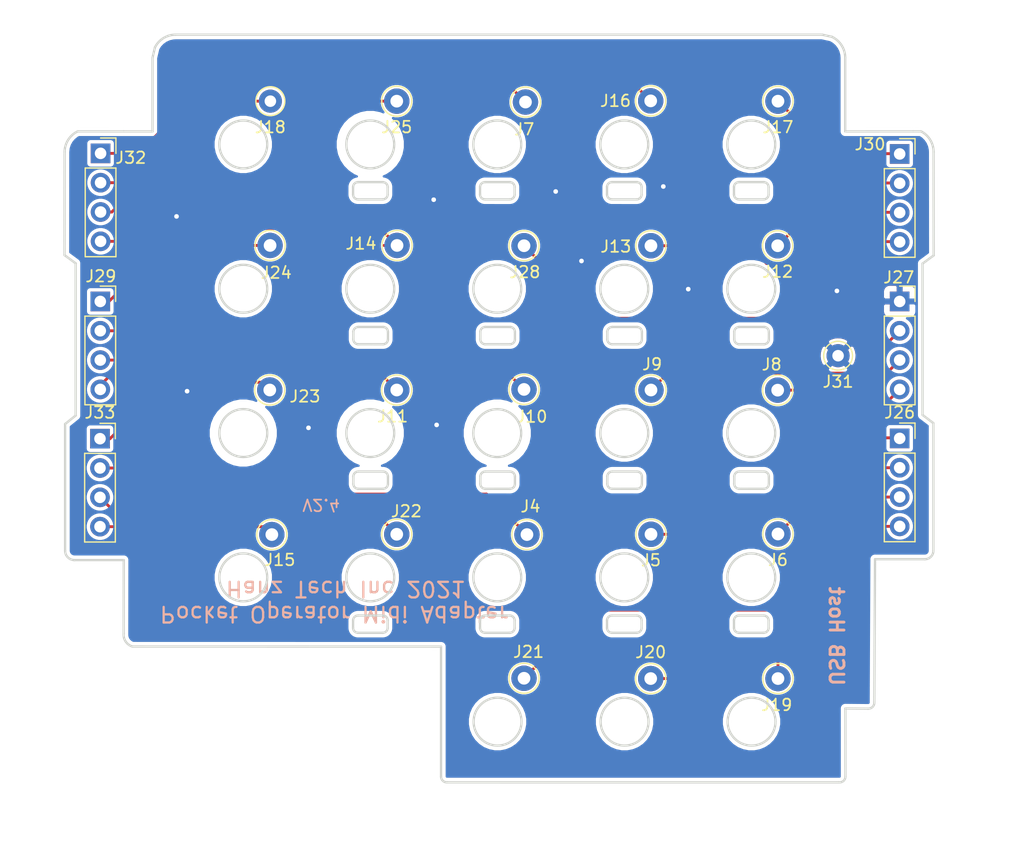
<source format=kicad_pcb>
(kicad_pcb (version 20171130) (host pcbnew "(5.1.10)-1")
  (layers (0 F.Cu signal) (31 B.Cu signal hide) (34 B.Paste user) (35 F.Paste user hide) (36 B.SilkS user) (37 F.SilkS user) (38 B.Mask user hide) (39 F.Mask user hide) (44 Edge.Cuts user))
  (net 0 "")
  (net 1 /GPIO_1)
  (net 2 /GPIO_2)
  (net 3 /GPIO_3)
  (net 4 /GPIO_4)
  (net 5 /GPIO_5)
  (net 6 /GPIO_6)
  (net 7 /GPIO_7)
  (net 8 /GPIO_8)
  (net 9 /GPIO_9)
  (net 10 /GPIO_10)
  (net 11 /GPIO_12)
  (net 12 /GPIO_13)
  (net 13 /GPIO_14)
  (net 14 /GPIO_15)
  (net 15 /GPIO_16)
  (net 16 /GPIO_SOUND)
  (net 17 /GPIO_PATTERN)
  (net 18 /GPIO_BPM)
  (net 19 /GPIO_SPECIAL)
  (net 20 /GPIO_FX)
  (net 21 /GPIO_PLAY)
  (net 22 /GPIO_WRITE)
  (net 23 /GPIO_11)
  (net 24 /GND)
  (module Connector_Pin:Pin_D1.0mm_L10.0mm_po (layer F.Cu) (at 131.2164 63.9064)
    (fp_text reference J25 (at 0 2.25) (layer F.SilkS))
    (fp_text value Conn_01x01)
    (fp_circle (center 0 0) (end 1.3 0) (layer F.SilkS) (width 0.12))
    (pad 1 thru_hole circle (at 0 0) (size 2.2 2.2) (drill 1.1) (layers *.Cu *.Mask) (net 15 /GPIO_16))
  )
  (module Connector_Pin:Pin_D1.0mm_L10.0mm_po (layer F.Cu) (at 142.24 76.4286)
    (fp_text reference J28 (at 0.0762 2.286) (layer F.SilkS))
    (fp_text value Conn_01x01)
    (fp_circle (center 0 0) (end 1.3 0) (layer F.SilkS) (width 0.12))
    (pad 1 thru_hole circle (at 0 0) (size 2.2 2.2) (drill 1.1) (layers *.Cu *.Mask) (net 23 /GPIO_11))
  )
  (module Connector_Pin:Pin_D1.0mm_L10.0mm_po (layer F.Cu) (at 120.2436 76.4032)
    (fp_text reference J24 (at 0.5334 2.3622) (layer F.SilkS))
    (fp_text value Conn_01x01)
    (fp_circle (center 0 0) (end 1.3 0) (layer F.SilkS) (width 0.12))
    (pad 1 thru_hole circle (at 0 0) (size 2.2 2.2) (drill 1.1) (layers *.Cu *.Mask) (net 21 /GPIO_PLAY))
  )
  (module Connector_Pin:Pin_D1.0mm_L10.0mm_po (layer F.Cu) (at 120.2182 88.9254)
    (fp_text reference J23 (at 3.048 0.5588) (layer F.SilkS))
    (fp_text value Conn_01x01)
    (fp_circle (center 0 0) (end 1.3 0) (layer F.SilkS) (width 0.12))
    (pad 1 thru_hole circle (at 0 0) (size 2.2 2.2) (drill 1.1) (layers *.Cu *.Mask) (net 20 /GPIO_FX))
  )
  (module Connector_Pin:Pin_D1.0mm_L10.0mm_po (layer F.Cu) (at 131.2164 101.4222)
    (fp_text reference J22 (at 0.83058 -1.99644) (layer F.SilkS))
    (fp_text value Conn_01x01)
    (fp_circle (center 0 0) (end 1.3 0) (layer F.SilkS) (width 0.12))
    (pad 1 thru_hole circle (at 0 0) (size 2.2 2.2) (drill 1.1) (layers *.Cu *.Mask) (net 4 /GPIO_4))
  )
  (module Connector_Pin:Pin_D1.0mm_L10.0mm_po (layer F.Cu) (at 142.24 113.8936)
    (fp_text reference J21 (at 0.39116 -2.28854) (layer F.SilkS))
    (fp_text value Conn_01x01)
    (fp_circle (center 0 0) (end 1.3 0) (layer F.SilkS) (width 0.12))
    (pad 1 thru_hole circle (at 0 0) (size 2.2 2.2) (drill 1.1) (layers *.Cu *.Mask) (net 18 /GPIO_BPM))
  )
  (module Connector_Pin:Pin_D1.0mm_L10.0mm_po (layer F.Cu) (at 153.2128 113.919)
    (fp_text reference J20 (at 0 -2.286) (layer F.SilkS))
    (fp_text value Conn_01x01)
    (fp_circle (center 0 0) (end 1.3 0) (layer F.SilkS) (width 0.12))
    (pad 1 thru_hole circle (at 0 0) (size 2.2 2.2) (drill 1.1) (layers *.Cu *.Mask) (net 17 /GPIO_PATTERN))
  )
  (module Connector_Pin:Pin_D1.0mm_L10.0mm_po (layer F.Cu) (at 164.2364 113.919)
    (fp_text reference J19 (at -0.1016 2.286) (layer F.SilkS))
    (fp_text value Conn_01x01)
    (fp_circle (center 0 0) (end 1.3 0) (layer F.SilkS) (width 0.12))
    (pad 1 thru_hole circle (at 0 0) (size 2.2 2.2) (drill 1.1) (layers *.Cu *.Mask) (net 16 /GPIO_SOUND))
  )
  (module Connector_Pin:Pin_D1.0mm_L10.0mm_po (layer F.Cu) (at 164.2364 63.9064)
    (fp_text reference J17 (at 0 2.25) (layer F.SilkS))
    (fp_text value Conn_01x01)
    (fp_circle (center 0 0) (end 1.3 0) (layer F.SilkS) (width 0.12))
    (pad 1 thru_hole circle (at 0 0) (size 2.2 2.2) (drill 1.1) (layers *.Cu *.Mask) (net 12 /GPIO_13))
  )
  (module Connector_Pin:Pin_D1.0mm_L10.0mm_po (layer F.Cu) (at 153.2128 63.881)
    (fp_text reference J16 (at -3.048 0) (layer F.SilkS))
    (fp_text value Conn_01x01)
    (fp_circle (center 0 0) (end 1.3 0) (layer F.SilkS) (width 0.12))
    (pad 1 thru_hole circle (at 0 0) (size 2.2 2.2) (drill 1.1) (layers *.Cu *.Mask) (net 13 /GPIO_14))
  )
  (module Connector_Pin:Pin_D1.0mm_L10.0mm_po (layer F.Cu) (at 131.2418 76.4032)
    (fp_text reference J14 (at -3.1242 -0.16002) (layer F.SilkS))
    (fp_text value Conn_01x01)
    (fp_circle (center 0 0) (end 1.3 0) (layer F.SilkS) (width 0.12))
    (pad 1 thru_hole circle (at 0 0) (size 2.2 2.2) (drill 1.1) (layers *.Cu *.Mask) (net 11 /GPIO_12))
  )
  (module Connector_Pin:Pin_D1.0mm_L10.0mm_po (layer F.Cu) (at 153.23312 76.4286)
    (fp_text reference J13 (at -3.04038 0.07112) (layer F.SilkS))
    (fp_text value Conn_01x01)
    (fp_circle (center 0 0) (end 1.3 0) (layer F.SilkS) (width 0.12))
    (pad 1 thru_hole circle (at 0 0) (size 2.2 2.2) (drill 1.1) (layers *.Cu *.Mask) (net 10 /GPIO_10))
  )
  (module Connector_Pin:Pin_D1.0mm_L10.0mm_po (layer F.Cu) (at 164.211 76.4286)
    (fp_text reference J12 (at 0 2.25) (layer F.SilkS))
    (fp_text value Conn_01x01)
    (fp_circle (center 0 0) (end 1.3 0) (layer F.SilkS) (width 0.12))
    (pad 1 thru_hole circle (at 0 0) (size 2.2 2.2) (drill 1.1) (layers *.Cu *.Mask) (net 9 /GPIO_9))
  )
  (module Connector_Pin:Pin_D1.0mm_L10.0mm_po (layer F.Cu) (at 131.2164 88.9254)
    (fp_text reference J11 (at -0.3556 2.286) (layer F.SilkS))
    (fp_text value Conn_01x01)
    (fp_circle (center 0 0) (end 1.3 0) (layer F.SilkS) (width 0.12))
    (pad 1 thru_hole circle (at 0 0) (size 2.2 2.2) (drill 1.1) (layers *.Cu *.Mask) (net 8 /GPIO_8))
  )
  (module Connector_Pin:Pin_D1.0mm_L10.0mm_po (layer F.Cu) (at 142.24 88.8746)
    (fp_text reference J10 (at 0.6858 2.3622) (layer F.SilkS))
    (fp_text value Conn_01x01)
    (fp_circle (center 0 0) (end 1.3 0) (layer F.SilkS) (width 0.12))
    (pad 1 thru_hole circle (at 0 0) (size 2.2 2.2) (drill 1.1) (layers *.Cu *.Mask) (net 7 /GPIO_7))
  )
  (module Connector_Pin:Pin_D1.0mm_L10.0mm_po (layer F.Cu) (at 153.2382 88.9254)
    (fp_text reference J9 (at 0.09906 -2.23012) (layer F.SilkS))
    (fp_text value Conn_01x01)
    (fp_circle (center 0 0) (end 1.3 0) (layer F.SilkS) (width 0.12))
    (pad 1 thru_hole circle (at 0 0) (size 2.2 2.2) (drill 1.1) (layers *.Cu *.Mask) (net 6 /GPIO_6))
  )
  (module Connector_Pin:Pin_D1.0mm_L10.0mm_po (layer F.Cu) (at 164.211 88.9381)
    (fp_text reference J8 (at -0.51816 -2.2225) (layer F.SilkS))
    (fp_text value Conn_01x01)
    (fp_circle (center 0 0) (end 1.3 0) (layer F.SilkS) (width 0.12))
    (pad 1 thru_hole circle (at 0 0) (size 2.2 2.2) (drill 1.1) (layers *.Cu *.Mask) (net 5 /GPIO_5))
  )
  (module Connector_Pin:Pin_D1.0mm_L10.0mm_po (layer F.Cu) (at 164.2364 101.3968)
    (fp_text reference J6 (at 0 2.25) (layer F.SilkS))
    (fp_text value Conn_01x01)
    (fp_circle (center 0 0) (end 1.3 0) (layer F.SilkS) (width 0.12))
    (pad 1 thru_hole circle (at 0 0) (size 2.2 2.2) (drill 1.1) (layers *.Cu *.Mask) (net 1 /GPIO_1))
  )
  (module Connector_Pin:Pin_D1.0mm_L10.0mm_po (layer F.Cu) (at 153.2382 101.4222)
    (fp_text reference J5 (at 0 2.25) (layer F.SilkS))
    (fp_text value Conn_01x01)
    (fp_circle (center 0 0) (end 1.3 0) (layer F.SilkS) (width 0.12))
    (pad 1 thru_hole circle (at 0 0) (size 2.2 2.2) (drill 1.1) (layers *.Cu *.Mask) (net 2 /GPIO_2))
  )
  (module Connector_Pin:Pin_D1.0mm_L10.0mm_po (layer F.Cu) (at 142.494 101.4476 270)
    (fp_text reference J4 (at -2.4384 -0.3048) (layer F.SilkS))
    (fp_text value Conn_01x01)
    (fp_circle (center 0 0) (end 1.3 0) (layer F.SilkS) (width 0.12))
    (pad 1 thru_hole circle (at 0 0 270) (size 2.2 2.2) (drill 1.1) (layers *.Cu *.Mask) (net 3 /GPIO_3))
  )
  (module Connector_Pin:Pin_D1.0mm_L10.0mm_po (layer F.Cu) (at 142.367 63.9826 270)
    (fp_text reference J7 (at 2.3622 0.1016 180) (layer F.SilkS))
    (fp_text value Conn_01x01)
    (fp_circle (center 0 0) (end 1.3 0) (layer F.SilkS) (width 0.12))
    (pad 1 thru_hole circle (at 0 0 270) (size 2.2 2.2) (drill 1.1) (layers *.Cu *.Mask) (net 14 /GPIO_15))
  )
  (module Connector_Pin:Pin_D1.0mm_L10.0mm_po (layer F.Cu) (at 120.396 101.4476 270)
    (fp_text reference J15 (at 2.1971 -0.69596) (layer F.SilkS))
    (fp_text value Conn_01x01)
    (fp_circle (center 0 0) (end 1.3 0) (layer F.SilkS) (width 0.12))
    (pad 1 thru_hole circle (at 0 0 270) (size 2.2 2.2) (drill 1.1) (layers *.Cu *.Mask) (net 19 /GPIO_SPECIAL))
  )
  (module Connector_Pin:Pin_D1.0mm_L10.0mm (layer F.Cu) (at 120.269 63.9064)
    (fp_text reference J18 (at 0 2.25) (layer F.SilkS))
    (fp_text value Conn_01x01)
    (fp_circle (center 0 0) (end 1.25 0.05) (layer F.SilkS) (width 0.12))
    (pad 1 thru_hole circle (at 0 0) (size 2 2) (drill 1) (layers *.Cu *.Mask) (net 22 /GPIO_WRITE))
  )
  (module Connector_Pin:Pin_D1.0mm_L10.0mm (layer F.Cu) (at 169.4434 85.9536)
    (fp_text reference J31 (at 0 2.25) (layer F.SilkS))
    (fp_text value Conn_01x01)
    (fp_circle (center 0 0) (end 1.25 0.05) (layer F.SilkS) (width 0.12))
    (pad 1 thru_hole circle (at 0 0) (size 2 2) (drill 1) (layers *.Cu *.Mask) (net 24 /GND))
  )
  (module Connector_PinSocket_2.54mm:PinSocket_1x04_P2.54mm_Vertical (layer F.Cu) (at 174.7774 93.1164)
    (fp_text reference J26 (at 0 -2.2352) (layer F.SilkS))
    (fp_text value Conn_01x04_Male)
    (fp_line (start -1.33 1.27) (end 1.33 1.27) (layer F.SilkS) (width 0.12))
    (fp_line (start -1.33 1.27) (end -1.33 8.95) (layer F.SilkS) (width 0.12))
    (fp_line (start -1.33 8.95) (end 1.33 8.95) (layer F.SilkS) (width 0.12))
    (fp_line (start 1.33 1.27) (end 1.33 8.95) (layer F.SilkS) (width 0.12))
    (fp_line (start 1.33 -1.33) (end 1.33 0) (layer F.SilkS) (width 0.12))
    (fp_line (start 0 -1.33) (end 1.33 -1.33) (layer F.SilkS) (width 0.12))
    (pad 4 thru_hole oval (at 0 7.62) (size 1.7 1.7) (drill 1) (layers *.Cu *.Mask) (net 16 /GPIO_SOUND))
    (pad 3 thru_hole oval (at 0 5.08) (size 1.7 1.7) (drill 1) (layers *.Cu *.Mask) (net 17 /GPIO_PATTERN))
    (pad 2 thru_hole oval (at 0 2.54) (size 1.7 1.7) (drill 1) (layers *.Cu *.Mask) (net 18 /GPIO_BPM))
    (pad 1 thru_hole rect (at 0 0) (size 1.7 1.7) (drill 1) (layers *.Cu *.Mask) (net 1 /GPIO_1))
  )
  (module Connector_PinSocket_2.54mm:PinSocket_1x04_P2.54mm_Vertical (layer F.Cu) (at 174.7774 81.2546)
    (fp_text reference J27 (at -0.0762 -2.0828) (layer F.SilkS))
    (fp_text value Conn_01x04_Male)
    (fp_line (start 0 -1.33) (end 1.33 -1.33) (layer F.SilkS) (width 0.12))
    (fp_line (start 1.33 -1.33) (end 1.33 0) (layer F.SilkS) (width 0.12))
    (fp_line (start 1.33 1.27) (end 1.33 8.95) (layer F.SilkS) (width 0.12))
    (fp_line (start -1.33 8.95) (end 1.33 8.95) (layer F.SilkS) (width 0.12))
    (fp_line (start -1.33 1.27) (end -1.33 8.95) (layer F.SilkS) (width 0.12))
    (fp_line (start -1.33 1.27) (end 1.33 1.27) (layer F.SilkS) (width 0.12))
    (pad 1 thru_hole rect (at 0 0) (size 1.7 1.7) (drill 1) (layers *.Cu *.Mask) (net 24 /GND))
    (pad 2 thru_hole oval (at 0 2.54) (size 1.7 1.7) (drill 1) (layers *.Cu *.Mask) (net 6 /GPIO_6))
    (pad 3 thru_hole oval (at 0 5.08) (size 1.7 1.7) (drill 1) (layers *.Cu *.Mask) (net 5 /GPIO_5))
    (pad 4 thru_hole oval (at 0 7.62) (size 1.7 1.7) (drill 1) (layers *.Cu *.Mask) (net 2 /GPIO_2))
  )
  (module Connector_PinSocket_2.54mm:PinSocket_1x04_P2.54mm_Vertical (layer F.Cu) (at 105.537 81.2546)
    (fp_text reference J29 (at 0.0508 -2.1844) (layer F.SilkS))
    (fp_text value Conn_01x04_Male)
    (fp_line (start -1.33 1.27) (end 1.33 1.27) (layer F.SilkS) (width 0.12))
    (fp_line (start -1.33 1.27) (end -1.33 8.95) (layer F.SilkS) (width 0.12))
    (fp_line (start -1.33 8.95) (end 1.33 8.95) (layer F.SilkS) (width 0.12))
    (fp_line (start 1.33 1.27) (end 1.33 8.95) (layer F.SilkS) (width 0.12))
    (fp_line (start 1.33 -1.33) (end 1.33 0) (layer F.SilkS) (width 0.12))
    (fp_line (start 0 -1.33) (end 1.33 -1.33) (layer F.SilkS) (width 0.12))
    (pad 4 thru_hole oval (at 0 7.62) (size 1.7 1.7) (drill 1) (layers *.Cu *.Mask) (net 8 /GPIO_8))
    (pad 3 thru_hole oval (at 0 5.08) (size 1.7 1.7) (drill 1) (layers *.Cu *.Mask) (net 7 /GPIO_7))
    (pad 2 thru_hole oval (at 0 2.54) (size 1.7 1.7) (drill 1) (layers *.Cu *.Mask) (net 21 /GPIO_PLAY))
    (pad 1 thru_hole rect (at 0 0) (size 1.7 1.7) (drill 1) (layers *.Cu *.Mask) (net 11 /GPIO_12))
  )
  (module Connector_PinSocket_2.54mm:PinSocket_1x04_P2.54mm_Vertical (layer F.Cu) (at 174.7774 68.4784)
    (fp_text reference J30 (at -2.5654 -0.8382) (layer F.SilkS))
    (fp_text value Conn_01x04_Male)
    (fp_line (start -1.33 1.27) (end 1.33 1.27) (layer F.SilkS) (width 0.12))
    (fp_line (start -1.33 1.27) (end -1.33 8.95) (layer F.SilkS) (width 0.12))
    (fp_line (start -1.33 8.95) (end 1.33 8.95) (layer F.SilkS) (width 0.12))
    (fp_line (start 1.33 1.27) (end 1.33 8.95) (layer F.SilkS) (width 0.12))
    (fp_line (start 1.33 -1.33) (end 1.33 0) (layer F.SilkS) (width 0.12))
    (fp_line (start 0 -1.33) (end 1.33 -1.33) (layer F.SilkS) (width 0.12))
    (pad 4 thru_hole oval (at 0 7.62) (size 1.7 1.7) (drill 1) (layers *.Cu *.Mask) (net 23 /GPIO_11))
    (pad 3 thru_hole oval (at 0 5.08) (size 1.7 1.7) (drill 1) (layers *.Cu *.Mask) (net 10 /GPIO_10))
    (pad 2 thru_hole oval (at 0 2.54) (size 1.7 1.7) (drill 1) (layers *.Cu *.Mask) (net 9 /GPIO_9))
    (pad 1 thru_hole rect (at 0 0) (size 1.7 1.7) (drill 1) (layers *.Cu *.Mask) (net 12 /GPIO_13))
  )
  (module Connector_PinSocket_2.54mm:PinSocket_1x04_P2.54mm_Vertical (layer F.Cu) (at 105.5624 68.4276)
    (fp_text reference J32 (at 2.6162 0.381) (layer F.SilkS))
    (fp_text value Conn_01x04_Male)
    (fp_line (start 0 -1.33) (end 1.33 -1.33) (layer F.SilkS) (width 0.12))
    (fp_line (start 1.33 -1.33) (end 1.33 0) (layer F.SilkS) (width 0.12))
    (fp_line (start 1.33 1.27) (end 1.33 8.95) (layer F.SilkS) (width 0.12))
    (fp_line (start -1.33 8.95) (end 1.33 8.95) (layer F.SilkS) (width 0.12))
    (fp_line (start -1.33 1.27) (end -1.33 8.95) (layer F.SilkS) (width 0.12))
    (fp_line (start -1.33 1.27) (end 1.33 1.27) (layer F.SilkS) (width 0.12))
    (pad 1 thru_hole rect (at 0 0) (size 1.7 1.7) (drill 1) (layers *.Cu *.Mask) (net 13 /GPIO_14))
    (pad 2 thru_hole oval (at 0 2.54) (size 1.7 1.7) (drill 1) (layers *.Cu *.Mask) (net 14 /GPIO_15))
    (pad 3 thru_hole oval (at 0 5.08) (size 1.7 1.7) (drill 1) (layers *.Cu *.Mask) (net 22 /GPIO_WRITE))
    (pad 4 thru_hole oval (at 0 7.62) (size 1.7 1.7) (drill 1) (layers *.Cu *.Mask) (net 15 /GPIO_16))
  )
  (module Connector_PinSocket_2.54mm:PinSocket_1x04_P2.54mm_Vertical (layer F.Cu) (at 105.5116 93.1418)
    (fp_text reference J33 (at 0 -2.2606) (layer F.SilkS))
    (fp_text value Conn_01x04_Male)
    (fp_line (start -1.33 1.27) (end 1.33 1.27) (layer F.SilkS) (width 0.12))
    (fp_line (start -1.33 1.27) (end -1.33 8.95) (layer F.SilkS) (width 0.12))
    (fp_line (start -1.33 8.95) (end 1.33 8.95) (layer F.SilkS) (width 0.12))
    (fp_line (start 1.33 1.27) (end 1.33 8.95) (layer F.SilkS) (width 0.12))
    (fp_line (start 1.33 -1.33) (end 1.33 0) (layer F.SilkS) (width 0.12))
    (fp_line (start 0 -1.33) (end 1.33 -1.33) (layer F.SilkS) (width 0.12))
    (pad 4 thru_hole oval (at 0 7.62) (size 1.7 1.7) (drill 1) (layers *.Cu *.Mask) (net 19 /GPIO_SPECIAL))
    (pad 3 thru_hole oval (at 0 5.08) (size 1.7 1.7) (drill 1) (layers *.Cu *.Mask) (net 4 /GPIO_4))
    (pad 2 thru_hole oval (at 0 2.54) (size 1.7 1.7) (drill 1) (layers *.Cu *.Mask) (net 3 /GPIO_3))
    (pad 1 thru_hole rect (at 0 0) (size 1.7 1.7) (drill 1) (layers *.Cu *.Mask) (net 20 /GPIO_FX))
  )
  (gr_circle (center 117.92476 92.65412) (end 119.99976 92.65412) (layer Edge.Cuts) (width 0.2))
  (gr_circle (center 128.92296 92.65412) (end 130.99796 92.65412) (layer Edge.Cuts) (width 0.2))
  (gr_circle (center 139.919833 92.6592) (end 141.994833 92.6592) (layer Edge.Cuts) (width 0.2))
  (gr_circle (center 128.921633 67.654204) (end 130.996633 67.654204) (layer Edge.Cuts) (width 0.2))
  (gr_line (start 152.019 108.458) (end 149.86 108.458) (layer Edge.Cuts) (width 0.2))
  (gr_line (start 160.427145 108.864444) (end 160.4264 109.5248) (layer Edge.Cuts) (width 0.2))
  (gr_arc (start 138.8618 108.8898) (end 138.8618 108.458) (angle -86.63353934) (layer Edge.Cuts) (width 0.2))
  (gr_arc (start 129.9972 109.5248) (end 129.9972 109.9566) (angle -86.63353934) (layer Edge.Cuts) (width 0.2))
  (gr_arc (start 129.997244 108.889055) (end 130.429044 108.889055) (angle -86.63353934) (layer Edge.Cuts) (width 0.2))
  (gr_arc (start 140.995444 108.889055) (end 141.427244 108.889055) (angle -86.63353934) (layer Edge.Cuts) (width 0.2))
  (gr_arc (start 138.8618 109.5248) (end 138.43 109.5248) (angle -86.63353934) (layer Edge.Cuts) (width 0.2))
  (gr_arc (start 127.8636 108.8898) (end 127.8636 108.458) (angle -86.63353934) (layer Edge.Cuts) (width 0.2))
  (gr_arc (start 140.9954 109.5248) (end 140.9954 109.9566) (angle -86.63353934) (layer Edge.Cuts) (width 0.2))
  (gr_arc (start 127.8636 109.5248) (end 127.4318 109.5248) (angle -86.63353934) (layer Edge.Cuts) (width 0.2))
  (gr_arc (start 160.8582 108.8898) (end 160.8582 108.458) (angle -86.63353934) (layer Edge.Cuts) (width 0.2))
  (gr_arc (start 162.991844 108.889055) (end 163.423644 108.889055) (angle -86.63353934) (layer Edge.Cuts) (width 0.2))
  (gr_arc (start 160.8582 109.5248) (end 160.4264 109.5248) (angle -86.63353934) (layer Edge.Cuts) (width 0.2))
  (gr_arc (start 162.9918 109.5248) (end 162.9918 109.9566) (angle -86.63353934) (layer Edge.Cuts) (width 0.2))
  (gr_arc (start 149.86 109.5248) (end 149.4282 109.5248) (angle -86.63353934) (layer Edge.Cuts) (width 0.2))
  (gr_arc (start 151.9936 109.5248) (end 151.9936 109.9566) (angle -86.63353934) (layer Edge.Cuts) (width 0.2))
  (gr_arc (start 151.993644 108.889055) (end 152.425444 108.889055) (angle -86.63353934) (layer Edge.Cuts) (width 0.2))
  (gr_arc (start 149.86 108.8898) (end 149.86 108.458) (angle -86.63353934) (layer Edge.Cuts) (width 0.2))
  (gr_line (start 138.836444 109.955855) (end 140.9954 109.9566) (layer Edge.Cuts) (width 0.2))
  (gr_line (start 138.430745 108.864444) (end 138.43 109.5248) (layer Edge.Cuts) (width 0.2))
  (gr_line (start 141.426455 109.550156) (end 141.427244 108.889055) (layer Edge.Cuts) (width 0.2))
  (gr_line (start 127.838244 109.955855) (end 129.9972 109.9566) (layer Edge.Cuts) (width 0.2))
  (gr_line (start 141.0208 108.458) (end 138.8618 108.458) (layer Edge.Cuts) (width 0.2))
  (gr_line (start 130.428255 109.550156) (end 130.429044 108.889055) (layer Edge.Cuts) (width 0.2))
  (gr_line (start 130.0226 108.458) (end 127.8636 108.458) (layer Edge.Cuts) (width 0.2))
  (gr_line (start 127.432545 108.864444) (end 127.4318 109.5248) (layer Edge.Cuts) (width 0.2))
  (gr_line (start 160.832844 109.955855) (end 162.9918 109.9566) (layer Edge.Cuts) (width 0.2))
  (gr_line (start 163.0172 108.458) (end 160.8582 108.458) (layer Edge.Cuts) (width 0.2))
  (gr_line (start 163.422855 109.550156) (end 163.423644 108.889055) (layer Edge.Cuts) (width 0.2))
  (gr_line (start 149.834644 109.955855) (end 151.9936 109.9566) (layer Edge.Cuts) (width 0.2))
  (gr_line (start 152.424655 109.550156) (end 152.425444 108.889055) (layer Edge.Cuts) (width 0.2))
  (gr_line (start 149.428945 108.864444) (end 149.4282 109.5248) (layer Edge.Cuts) (width 0.2))
  (gr_line (start 152.0444 95.9866) (end 149.8854 95.9866) (layer Edge.Cuts) (width 0.2))
  (gr_line (start 160.452545 96.393044) (end 160.4518 97.0534) (layer Edge.Cuts) (width 0.2))
  (gr_arc (start 138.8872 96.4184) (end 138.8872 95.9866) (angle -86.63353934) (layer Edge.Cuts) (width 0.2))
  (gr_arc (start 130.0226 97.0534) (end 130.0226 97.4852) (angle -86.63353934) (layer Edge.Cuts) (width 0.2))
  (gr_arc (start 130.022644 96.417655) (end 130.454444 96.417655) (angle -86.63353934) (layer Edge.Cuts) (width 0.2))
  (gr_arc (start 141.020844 96.417655) (end 141.452644 96.417655) (angle -86.63353934) (layer Edge.Cuts) (width 0.2))
  (gr_arc (start 138.8872 97.0534) (end 138.4554 97.0534) (angle -86.63353934) (layer Edge.Cuts) (width 0.2))
  (gr_arc (start 127.889 96.4184) (end 127.889 95.9866) (angle -86.63353934) (layer Edge.Cuts) (width 0.2))
  (gr_arc (start 141.0208 97.0534) (end 141.0208 97.4852) (angle -86.63353934) (layer Edge.Cuts) (width 0.2))
  (gr_arc (start 127.889 97.0534) (end 127.4572 97.0534) (angle -86.63353934) (layer Edge.Cuts) (width 0.2))
  (gr_arc (start 160.8836 96.4184) (end 160.8836 95.9866) (angle -86.63353934) (layer Edge.Cuts) (width 0.2))
  (gr_arc (start 163.017244 96.417655) (end 163.449044 96.417655) (angle -86.63353934) (layer Edge.Cuts) (width 0.2))
  (gr_arc (start 160.8836 97.0534) (end 160.4518 97.0534) (angle -86.63353934) (layer Edge.Cuts) (width 0.2))
  (gr_arc (start 163.0172 97.0534) (end 163.0172 97.4852) (angle -86.63353934) (layer Edge.Cuts) (width 0.2))
  (gr_arc (start 149.8854 97.0534) (end 149.4536 97.0534) (angle -86.63353934) (layer Edge.Cuts) (width 0.2))
  (gr_arc (start 152.019 97.0534) (end 152.019 97.4852) (angle -86.63353934) (layer Edge.Cuts) (width 0.2))
  (gr_arc (start 152.019044 96.417655) (end 152.450844 96.417655) (angle -86.63353934) (layer Edge.Cuts) (width 0.2))
  (gr_arc (start 149.8854 96.4184) (end 149.8854 95.9866) (angle -86.63353934) (layer Edge.Cuts) (width 0.2))
  (gr_line (start 138.861844 97.484455) (end 141.0208 97.4852) (layer Edge.Cuts) (width 0.2))
  (gr_line (start 138.456145 96.393044) (end 138.4554 97.0534) (layer Edge.Cuts) (width 0.2))
  (gr_line (start 141.451855 97.078756) (end 141.452644 96.417655) (layer Edge.Cuts) (width 0.2))
  (gr_line (start 127.863644 97.484455) (end 130.0226 97.4852) (layer Edge.Cuts) (width 0.2))
  (gr_line (start 141.0462 95.9866) (end 138.8872 95.9866) (layer Edge.Cuts) (width 0.2))
  (gr_line (start 130.453655 97.078756) (end 130.454444 96.417655) (layer Edge.Cuts) (width 0.2))
  (gr_line (start 130.048 95.9866) (end 127.889 95.9866) (layer Edge.Cuts) (width 0.2))
  (gr_line (start 127.457945 96.393044) (end 127.4572 97.0534) (layer Edge.Cuts) (width 0.2))
  (gr_line (start 160.858244 97.484455) (end 163.0172 97.4852) (layer Edge.Cuts) (width 0.2))
  (gr_line (start 163.0426 95.9866) (end 160.8836 95.9866) (layer Edge.Cuts) (width 0.2))
  (gr_line (start 163.448255 97.078756) (end 163.449044 96.417655) (layer Edge.Cuts) (width 0.2))
  (gr_line (start 149.860044 97.484455) (end 152.019 97.4852) (layer Edge.Cuts) (width 0.2))
  (gr_line (start 152.450055 97.078756) (end 152.450844 96.417655) (layer Edge.Cuts) (width 0.2))
  (gr_line (start 149.454345 96.393044) (end 149.4536 97.0534) (layer Edge.Cuts) (width 0.2))
  (gr_line (start 152.0444 83.4644) (end 149.8854 83.4644) (layer Edge.Cuts) (width 0.2))
  (gr_line (start 160.452545 83.870844) (end 160.4518 84.5312) (layer Edge.Cuts) (width 0.2))
  (gr_arc (start 138.8872 83.8962) (end 138.8872 83.4644) (angle -86.63353934) (layer Edge.Cuts) (width 0.2))
  (gr_arc (start 130.0226 84.5312) (end 130.0226 84.963) (angle -86.63353934) (layer Edge.Cuts) (width 0.2))
  (gr_arc (start 130.022644 83.895455) (end 130.454444 83.895455) (angle -86.63353934) (layer Edge.Cuts) (width 0.2))
  (gr_arc (start 141.020844 83.895455) (end 141.452644 83.895455) (angle -86.63353934) (layer Edge.Cuts) (width 0.2))
  (gr_arc (start 138.8872 84.5312) (end 138.4554 84.5312) (angle -86.63353934) (layer Edge.Cuts) (width 0.2))
  (gr_arc (start 127.889 83.8962) (end 127.889 83.4644) (angle -86.63353934) (layer Edge.Cuts) (width 0.2))
  (gr_arc (start 141.0208 84.5312) (end 141.0208 84.963) (angle -86.63353934) (layer Edge.Cuts) (width 0.2))
  (gr_arc (start 127.889 84.5312) (end 127.4572 84.5312) (angle -86.63353934) (layer Edge.Cuts) (width 0.2))
  (gr_arc (start 160.8836 83.8962) (end 160.8836 83.4644) (angle -86.63353934) (layer Edge.Cuts) (width 0.2))
  (gr_arc (start 163.017244 83.895455) (end 163.449044 83.895455) (angle -86.63353934) (layer Edge.Cuts) (width 0.2))
  (gr_arc (start 160.8836 84.5312) (end 160.4518 84.5312) (angle -86.63353934) (layer Edge.Cuts) (width 0.2))
  (gr_arc (start 163.0172 84.5312) (end 163.0172 84.963) (angle -86.63353934) (layer Edge.Cuts) (width 0.2))
  (gr_arc (start 149.8854 84.5312) (end 149.4536 84.5312) (angle -86.63353934) (layer Edge.Cuts) (width 0.2))
  (gr_arc (start 152.019 84.5312) (end 152.019 84.963) (angle -86.63353934) (layer Edge.Cuts) (width 0.2))
  (gr_arc (start 152.019044 83.895455) (end 152.450844 83.895455) (angle -86.63353934) (layer Edge.Cuts) (width 0.2))
  (gr_arc (start 149.8854 83.8962) (end 149.8854 83.4644) (angle -86.63353934) (layer Edge.Cuts) (width 0.2))
  (gr_line (start 138.861844 84.962255) (end 141.0208 84.963) (layer Edge.Cuts) (width 0.2))
  (gr_line (start 138.456145 83.870844) (end 138.4554 84.5312) (layer Edge.Cuts) (width 0.2))
  (gr_line (start 141.451855 84.556556) (end 141.452644 83.895455) (layer Edge.Cuts) (width 0.2))
  (gr_line (start 127.863644 84.962255) (end 130.0226 84.963) (layer Edge.Cuts) (width 0.2))
  (gr_line (start 141.0462 83.4644) (end 138.8872 83.4644) (layer Edge.Cuts) (width 0.2))
  (gr_line (start 130.453655 84.556556) (end 130.454444 83.895455) (layer Edge.Cuts) (width 0.2))
  (gr_line (start 130.048 83.4644) (end 127.889 83.4644) (layer Edge.Cuts) (width 0.2))
  (gr_line (start 127.457945 83.870844) (end 127.4572 84.5312) (layer Edge.Cuts) (width 0.2))
  (gr_line (start 160.858244 84.962255) (end 163.0172 84.963) (layer Edge.Cuts) (width 0.2))
  (gr_line (start 163.0426 83.4644) (end 160.8836 83.4644) (layer Edge.Cuts) (width 0.2))
  (gr_line (start 163.448255 84.556556) (end 163.449044 83.895455) (layer Edge.Cuts) (width 0.2))
  (gr_line (start 149.860044 84.962255) (end 152.019 84.963) (layer Edge.Cuts) (width 0.2))
  (gr_line (start 152.450055 84.556556) (end 152.450844 83.895455) (layer Edge.Cuts) (width 0.2))
  (gr_line (start 149.454345 83.870844) (end 149.4536 84.5312) (layer Edge.Cuts) (width 0.2))
  (gr_arc (start 138.8618 71.3486) (end 138.8618 70.9168) (angle -86.63353934) (layer Edge.Cuts) (width 0.2))
  (gr_arc (start 140.995444 71.347855) (end 141.427244 71.347855) (angle -86.63353934) (layer Edge.Cuts) (width 0.2))
  (gr_arc (start 138.8618 71.9836) (end 138.43 71.9836) (angle -86.63353934) (layer Edge.Cuts) (width 0.2))
  (gr_arc (start 140.9954 71.9836) (end 140.9954 72.4154) (angle -86.63353934) (layer Edge.Cuts) (width 0.2))
  (gr_arc (start 127.8636 71.9836) (end 127.4318 71.9836) (angle -86.63353934) (layer Edge.Cuts) (width 0.2))
  (gr_arc (start 129.9972 71.9836) (end 129.9972 72.4154) (angle -86.63353934) (layer Edge.Cuts) (width 0.2))
  (gr_arc (start 129.997244 71.347855) (end 130.429044 71.347855) (angle -86.63353934) (layer Edge.Cuts) (width 0.2))
  (gr_arc (start 127.8636 71.3486) (end 127.8636 70.9168) (angle -86.63353934) (layer Edge.Cuts) (width 0.2))
  (gr_arc (start 160.8582 71.9836) (end 160.4264 71.9836) (angle -86.63353934) (layer Edge.Cuts) (width 0.2))
  (gr_arc (start 162.9918 71.9836) (end 162.9918 72.4154) (angle -86.63353934) (layer Edge.Cuts) (width 0.2))
  (gr_arc (start 162.991844 71.347855) (end 163.423644 71.347855) (angle -86.63353934) (layer Edge.Cuts) (width 0.2))
  (gr_arc (start 160.8582 71.3486) (end 160.8582 70.9168) (angle -86.63353934) (layer Edge.Cuts) (width 0.2))
  (gr_arc (start 149.86 71.9836) (end 149.4282 71.9836) (angle -86.63353934) (layer Edge.Cuts) (width 0.2))
  (gr_arc (start 151.9936 71.9836) (end 151.9936 72.4154) (angle -86.63353934) (layer Edge.Cuts) (width 0.2))
  (gr_arc (start 149.86 71.3486) (end 149.86 70.9168) (angle -86.63353934) (layer Edge.Cuts) (width 0.2))
  (gr_arc (start 151.993644 71.347855) (end 152.425444 71.347855) (angle -86.63353934) (layer Edge.Cuts) (width 0.2))
  (gr_arc (start 103.3018 102.8446) (end 102.489 102.8446) (angle -90) (layer Edge.Cuts) (width 0.2))
  (gr_arc (start 176.9618 102.8446) (end 176.9618 103.5812) (angle -90) (layer Edge.Cuts) (width 0.2))
  (gr_line (start 175.9458 66.5226) (end 176.6316 66.5226) (layer Edge.Cuts) (width 0.2))
  (gr_line (start 102.489 91.8718) (end 102.489 102.8446) (layer Edge.Cuts) (width 0.2))
  (gr_line (start 102.4382 77.2414) (end 102.445863 68.3006) (layer Edge.Cuts) (width 0.2))
  (gr_line (start 102.4382 77.2414) (end 103.4034 77.9526) (layer Edge.Cuts) (width 0.2))
  (gr_line (start 103.4034 77.9526) (end 103.4034 91.1352) (layer Edge.Cuts) (width 0.2))
  (gr_line (start 102.489 91.8718) (end 103.4034 91.1352) (layer Edge.Cuts) (width 0.2))
  (gr_line (start 177.7238 77.2668) (end 176.7586 77.978) (layer Edge.Cuts) (width 0.2))
  (gr_line (start 177.6984 102.8446) (end 177.6984 91.7956) (layer Edge.Cuts) (width 0.2))
  (gr_line (start 177.6984 91.7956) (end 176.7586 91.0844) (layer Edge.Cuts) (width 0.2))
  (gr_line (start 176.7586 77.978) (end 176.7586 91.0844) (layer Edge.Cuts) (width 0.2))
  (gr_arc (start 169.5704 122.4026) (end 169.5196 122.9106) (angle -95.71059314) (layer Edge.Cuts) (width 0.2))
  (gr_arc (start 172.0596 116.0018) (end 172.0342 116.5266) (angle -96.13733435) (layer Edge.Cuts) (width 0.2))
  (gr_arc (start 135.5598 122.4026) (end 135.0518 122.4026) (angle -92.86240523) (layer Edge.Cuts) (width 0.2))
  (gr_arc (start 108.624312 110.120302) (end 107.560199 110.030002) (angle -78.46272839) (layer Edge.Cuts) (width 0.2))
  (gr_line (start 107.560796 66.526601) (end 103.5812 66.5226) (layer Edge.Cuts) (width 0.2))
  (gr_line (start 107.569 103.6574) (end 107.560199 110.030002) (layer Edge.Cuts) (width 0.2))
  (gr_line (start 103.3018 103.6574) (end 107.569 103.6574) (layer Edge.Cuts) (width 0.2))
  (gr_arc (start 104.445863 68.326181) (end 102.445863 68.3006) (angle 63.65346054) (layer Edge.Cuts) (width 0.2))
  (gr_line (start 172.584108 115.970947) (end 172.6438 103.5812) (layer Edge.Cuts) (width 0.2))
  (gr_arc (start 175.716137 68.300781) (end 177.716137 68.300781) (angle -62.75918809) (layer Edge.Cuts) (width 0.2))
  (gr_line (start 176.9618 103.5812) (end 172.6438 103.5812) (layer Edge.Cuts) (width 0.2))
  (gr_line (start 177.716137 68.300781) (end 177.7238 77.2668) (layer Edge.Cuts) (width 0.2))
  (gr_line (start 170.060599 66.526601) (end 175.9458 66.5226) (layer Edge.Cuts) (width 0.2))
  (gr_line (start 130.0226 70.9168) (end 127.8636 70.9168) (layer Edge.Cuts) (width 0.2))
  (gr_line (start 130.428255 72.008956) (end 130.429044 71.347855) (layer Edge.Cuts) (width 0.2))
  (gr_line (start 141.0208 70.9168) (end 138.8618 70.9168) (layer Edge.Cuts) (width 0.2))
  (gr_line (start 127.838244 72.414655) (end 129.9972 72.4154) (layer Edge.Cuts) (width 0.2))
  (gr_line (start 127.432545 71.323244) (end 127.4318 71.9836) (layer Edge.Cuts) (width 0.2))
  (gr_line (start 107.560796 66.526601) (end 110.0606 66.526601) (layer Edge.Cuts) (width 0.2))
  (gr_line (start 169.5196 122.9106) (end 135.585168 122.909966) (layer Edge.Cuts) (width 0.2))
  (gr_line (start 170.0784 116.5098) (end 170.080934 122.4026) (layer Edge.Cuts) (width 0.2))
  (gr_line (start 135.0518 122.4026) (end 135.0518 111.1504) (layer Edge.Cuts) (width 0.2))
  (gr_line (start 138.836444 72.414655) (end 140.9954 72.4154) (layer Edge.Cuts) (width 0.2))
  (gr_line (start 141.426455 72.008956) (end 141.427244 71.347855) (layer Edge.Cuts) (width 0.2))
  (gr_line (start 172.0342 116.5266) (end 170.0784 116.5098) (layer Edge.Cuts) (width 0.2))
  (gr_line (start 170.060599 60.1454) (end 170.060599 66.526601) (layer Edge.Cuts) (width 0.2))
  (gr_arc (start 168.060599 60.1454) (end 170.060599 60.1454) (angle -65.03371184) (layer Edge.Cuts) (width 0.2))
  (gr_line (start 110.0606 60.1454) (end 110.273688 59.2471) (layer Edge.Cuts) (width 0.2))
  (gr_line (start 138.430745 71.323244) (end 138.43 71.9836) (layer Edge.Cuts) (width 0.2))
  (gr_line (start 135.0518 111.1504) (end 108.323008 111.144854) (layer Edge.Cuts) (width 0.2))
  (gr_line (start 110.0606 66.526601) (end 110.0606 60.1454) (layer Edge.Cuts) (width 0.2))
  (gr_line (start 168.060599 58.1454) (end 168.904769 58.332287) (layer Edge.Cuts) (width 0.2))
  (gr_arc (start 112.0606 60.1454) (end 112.0606 58.145399) (angle -63.31083963) (layer Edge.Cuts) (width 0.2))
  (gr_line (start 112.0606 58.145399) (end 168.060599 58.1454) (layer Edge.Cuts) (width 0.2))
  (gr_circle (center 150.923432 92.654204) (end 152.998432 92.654204) (layer Edge.Cuts) (width 0.2))
  (gr_circle (center 161.948325 117.649577) (end 164.023325 117.649577) (layer Edge.Cuts) (width 0.2))
  (gr_circle (center 161.923432 67.654204) (end 163.998432 67.654204) (layer Edge.Cuts) (width 0.2))
  (gr_circle (center 117.923433 105.154204) (end 119.998433 105.154204) (layer Edge.Cuts) (width 0.2))
  (gr_circle (center 161.923432 105.154204) (end 163.998432 105.154204) (layer Edge.Cuts) (width 0.2))
  (gr_circle (center 117.923433 80.154204) (end 119.998433 80.154204) (layer Edge.Cuts) (width 0.2))
  (gr_circle (center 161.923432 80.154204) (end 163.998432 80.154204) (layer Edge.Cuts) (width 0.2))
  (gr_circle (center 139.923433 105.154204) (end 141.998432 105.154204) (layer Edge.Cuts) (width 0.2))
  (gr_circle (center 128.923433 80.154204) (end 130.998433 80.154204) (layer Edge.Cuts) (width 0.2))
  (gr_line (start 152.424655 72.008956) (end 152.425444 71.347855) (layer Edge.Cuts) (width 0.2))
  (gr_circle (center 128.923433 105.154204) (end 130.998433 105.154204) (layer Edge.Cuts) (width 0.2))
  (gr_circle (center 161.923432 92.654204) (end 163.998432 92.654204) (layer Edge.Cuts) (width 0.2))
  (gr_circle (center 139.948326 117.649577) (end 142.023325 117.649577) (layer Edge.Cuts) (width 0.2))
  (gr_line (start 149.834644 72.414655) (end 151.9936 72.4154) (layer Edge.Cuts) (width 0.2))
  (gr_line (start 149.428945 71.323244) (end 149.4282 71.9836) (layer Edge.Cuts) (width 0.2))
  (gr_circle (center 150.923432 80.154204) (end 152.998432 80.154204) (layer Edge.Cuts) (width 0.2))
  (gr_line (start 163.422855 72.008956) (end 163.423644 71.347855) (layer Edge.Cuts) (width 0.2))
  (gr_line (start 160.832844 72.414655) (end 162.9918 72.4154) (layer Edge.Cuts) (width 0.2))
  (gr_line (start 163.0172 70.9168) (end 160.8582 70.9168) (layer Edge.Cuts) (width 0.2))
  (gr_circle (center 117.923433 67.654204) (end 119.998433 67.654204) (layer Edge.Cuts) (width 0.2))
  (gr_circle (center 139.923433 80.154204) (end 141.998432 80.154204) (layer Edge.Cuts) (width 0.2))
  (gr_line (start 152.019 70.9168) (end 149.86 70.9168) (layer Edge.Cuts) (width 0.2))
  (gr_circle (center 150.923432 67.654204) (end 152.998432 67.654204) (layer Edge.Cuts) (width 0.2))
  (gr_circle (center 150.948325 117.649577) (end 153.023325 117.649577) (layer Edge.Cuts) (width 0.2))
  (gr_circle (center 139.923433 67.654204) (end 141.998432 67.654204) (layer Edge.Cuts) (width 0.2))
  (gr_line (start 160.427145 71.323244) (end 160.4264 71.9836) (layer Edge.Cuts) (width 0.2))
  (gr_circle (center 150.923432 105.154204) (end 152.998432 105.154204) (layer Edge.Cuts) (width 0.2))
  (gr_text V2.4 (at 124.66828 98.87458 180) (layer B.SilkS) (effects (font (size 1 1)) (justify mirror)))
  (gr_text "USB Host" (at 169.29354 110.25886 -90) (layer B.SilkS) (effects (font (size 1.2 1.2) (thickness 0.25)) (justify mirror)))
  (gr_text "Pocket Operator Midi Adapter\n   Hanz Tech Inc 2021 \n\n\n" (at 125.7808 105.0671 180) (layer B.SilkS) (effects (font (size 1.35 1.35) (thickness 0.2)) (justify mirror)))
  (segment (start 164.2364 101.3968) (end 165.8112 99.822) (width 0.25) (layer F.Cu) (net 1))
  (segment (start 165.8112 99.822) (end 165.8112 95.0976) (width 0.25) (layer F.Cu) (net 1))
  (segment (start 165.8112 95.0976) (end 167.8432 93.0656) (width 0.25) (layer F.Cu) (net 1))
  (segment (start 175.133 93.0656) (end 175.1838 93.0148) (width 0.25) (layer F.Cu) (net 1))
  (segment (start 175.0568 93.0656) (end 175.1076 93.1164) (width 0.25) (layer F.Cu) (net 1))
  (segment (start 167.8432 93.0656) (end 175.0568 93.0656) (width 0.25) (layer F.Cu) (net 1))
  (segment (start 164.7698 97.79) (end 164.7698 94.0562) (width 0.25) (layer F.Cu) (net 2))
  (segment (start 153.2382 101.4222) (end 161.1376 101.4222) (width 0.25) (layer F.Cu) (net 2))
  (segment (start 161.1376 101.4222) (end 164.7698 97.79) (width 0.25) (layer F.Cu) (net 2))
  (segment (start 164.7698 94.4118) (end 164.7698 94.0562) (width 0.25) (layer F.Cu) (net 2))
  (segment (start 171.9072 91.7448) (end 174.7774 88.8746) (width 0.25) (layer F.Cu) (net 2))
  (segment (start 165.5826 91.7448) (end 171.9072 91.7448) (width 0.25) (layer F.Cu) (net 2))
  (segment (start 164.7698 92.5576) (end 165.5826 91.7448) (width 0.25) (layer F.Cu) (net 2))
  (segment (start 164.7698 94.0562) (end 164.7698 92.5576) (width 0.25) (layer F.Cu) (net 2))
  (segment (start 138.9888 97.9424) (end 142.494 101.4476) (width 0.25) (layer F.Cu) (net 3))
  (segment (start 118.996358 97.9424) (end 138.9888 97.9424) (width 0.25) (layer F.Cu) (net 3))
  (segment (start 116.735758 95.6818) (end 118.121379 97.067421) (width 0.25) (layer F.Cu) (net 3))
  (segment (start 105.5116 95.6818) (end 116.735758 95.6818) (width 0.25) (layer F.Cu) (net 3))
  (segment (start 118.121379 97.067421) (end 118.996358 97.9424) (width 0.25) (layer F.Cu) (net 3))
  (segment (start 117.599358 96.5454) (end 118.121379 97.067421) (width 0.25) (layer F.Cu) (net 3))
  (segment (start 128.865999 99.071799) (end 129.1971 99.4029) (width 0.25) (layer F.Cu) (net 4))
  (segment (start 105.5116 98.2218) (end 106.361599 99.071799) (width 0.25) (layer F.Cu) (net 4))
  (segment (start 106.361599 99.071799) (end 128.865999 99.071799) (width 0.25) (layer F.Cu) (net 4))
  (segment (start 129.1971 99.4029) (end 131.2164 101.4222) (width 0.25) (layer F.Cu) (net 4))
  (segment (start 128.8796 99.0854) (end 129.1971 99.4029) (width 0.25) (layer F.Cu) (net 4))
  (segment (start 164.5285 89.2556) (end 164.211 88.9381) (width 0.25) (layer F.Cu) (net 5))
  (segment (start 164.4777 89.2048) (end 164.211 88.9381) (width 0.25) (layer F.Cu) (net 5))
  (segment (start 172.1739 88.9381) (end 174.7774 86.3346) (width 0.25) (layer F.Cu) (net 5))
  (segment (start 164.211 88.9381) (end 172.1739 88.9381) (width 0.25) (layer F.Cu) (net 5))
  (segment (start 171.108901 87.463099) (end 174.7774 83.7946) (width 0.25) (layer F.Cu) (net 6))
  (segment (start 154.700501 87.463099) (end 171.108901 87.463099) (width 0.25) (layer F.Cu) (net 6))
  (segment (start 153.2382 88.9254) (end 154.700501 87.463099) (width 0.25) (layer F.Cu) (net 6))
  (segment (start 105.537 86.3346) (end 139.7 86.3346) (width 0.25) (layer F.Cu) (net 7))
  (segment (start 140.1318 86.7664) (end 142.24 88.8746) (width 0.25) (layer F.Cu) (net 7))
  (segment (start 139.7 86.3346) (end 140.1318 86.7664) (width 0.25) (layer F.Cu) (net 7))
  (segment (start 105.5116 88.5444) (end 106.934 87.122) (width 0.25) (layer F.Cu) (net 8))
  (segment (start 129.413 87.122) (end 131.2164 88.9254) (width 0.25) (layer F.Cu) (net 8))
  (segment (start 106.934 87.122) (end 129.413 87.122) (width 0.25) (layer F.Cu) (net 8))
  (segment (start 164.6174 76.835) (end 164.211 76.4286) (width 0.25) (layer F.Cu) (net 9))
  (segment (start 166.37 74.2696) (end 164.211 76.4286) (width 0.25) (layer F.Cu) (net 9))
  (segment (start 166.37 74.2696) (end 166.3954 74.2696) (width 0.25) (layer F.Cu) (net 9))
  (segment (start 169.672 70.993) (end 172.6438 70.993) (width 0.25) (layer F.Cu) (net 9))
  (segment (start 166.3954 74.2696) (end 169.672 70.993) (width 0.25) (layer F.Cu) (net 9))
  (segment (start 172.6438 70.993) (end 175.006 70.993) (width 0.25) (layer F.Cu) (net 9))
  (segment (start 161.712599 76.4286) (end 161.4424 76.4286) (width 0.25) (layer F.Cu) (net 10))
  (segment (start 163.252998 77.968999) (end 161.712599 76.4286) (width 0.25) (layer F.Cu) (net 10))
  (segment (start 161.4424 76.4286) (end 153.23312 76.4286) (width 0.25) (layer F.Cu) (net 10))
  (segment (start 161.490675 76.4286) (end 161.4424 76.4286) (width 0.25) (layer F.Cu) (net 10))
  (segment (start 164.853603 77.968999) (end 163.252998 77.968999) (width 0.25) (layer F.Cu) (net 10))
  (segment (start 167.283002 75.5396) (end 164.853603 77.968999) (width 0.25) (layer F.Cu) (net 10))
  (segment (start 167.283002 75.5396) (end 167.3098 75.5396) (width 0.25) (layer F.Cu) (net 10))
  (segment (start 169.3164 73.533) (end 172.6438 73.533) (width 0.25) (layer F.Cu) (net 10))
  (segment (start 167.3098 75.5396) (end 169.3164 73.533) (width 0.25) (layer F.Cu) (net 10))
  (segment (start 172.6438 73.533) (end 175.006 73.533) (width 0.25) (layer F.Cu) (net 10))
  (segment (start 130.107609 76.4032) (end 131.2418 76.4032) (width 0.25) (layer F.Cu) (net 11))
  (segment (start 129.766799 74.928199) (end 131.2418 76.4032) (width 0.25) (layer F.Cu) (net 11))
  (segment (start 112.607801 74.928199) (end 129.766799 74.928199) (width 0.25) (layer F.Cu) (net 11))
  (segment (start 106.2814 81.2546) (end 112.607801 74.928199) (width 0.25) (layer F.Cu) (net 11))
  (segment (start 105.537 81.2546) (end 106.2814 81.2546) (width 0.25) (layer F.Cu) (net 11))
  (segment (start 168.783 68.453) (end 172.6438 68.453) (width 0.25) (layer F.Cu) (net 12))
  (segment (start 164.2364 63.9064) (end 168.783 68.453) (width 0.25) (layer F.Cu) (net 12))
  (segment (start 172.6438 68.453) (end 175.006 68.453) (width 0.25) (layer F.Cu) (net 12))
  (segment (start 148.6408 59.309) (end 153.2128 63.881) (width 0.25) (layer F.Cu) (net 13))
  (segment (start 117.949966 59.309) (end 148.6408 59.309) (width 0.25) (layer F.Cu) (net 13))
  (segment (start 108.831366 68.4276) (end 117.949966 59.309) (width 0.25) (layer F.Cu) (net 13))
  (segment (start 105.5624 68.4276) (end 108.831366 68.4276) (width 0.25) (layer F.Cu) (net 13))
  (segment (start 142.8496 64.2366) (end 142.4686 63.8556) (width 0.635) (layer B.Cu) (net 14))
  (segment (start 138.9126 60.5282) (end 142.367 63.9826) (width 0.25) (layer F.Cu) (net 14))
  (segment (start 118.0592 60.5282) (end 138.9126 60.5282) (width 0.25) (layer F.Cu) (net 14))
  (segment (start 107.6198 70.9676) (end 107.9754 70.612) (width 0.25) (layer F.Cu) (net 14))
  (segment (start 105.5624 70.9676) (end 107.6198 70.9676) (width 0.25) (layer F.Cu) (net 14))
  (segment (start 107.9754 70.612) (end 118.0592 60.5282) (width 0.25) (layer F.Cu) (net 14))
  (segment (start 107.823 70.7644) (end 107.9754 70.612) (width 0.25) (layer F.Cu) (net 14))
  (segment (start 121.3104 70.4596) (end 127.8636 63.9064) (width 0.25) (layer F.Cu) (net 15))
  (segment (start 127.8636 63.9064) (end 131.2164 63.9064) (width 0.25) (layer F.Cu) (net 15))
  (segment (start 112.649 70.4596) (end 121.3104 70.4596) (width 0.25) (layer F.Cu) (net 15))
  (segment (start 107.061 76.0476) (end 112.649 70.4596) (width 0.25) (layer F.Cu) (net 15))
  (segment (start 105.5624 76.0476) (end 107.061 76.0476) (width 0.25) (layer F.Cu) (net 15))
  (segment (start 174.791435 100.7364) (end 175.1076 100.7364) (width 0.25) (layer F.Cu) (net 16))
  (segment (start 164.2364 111.291434) (end 168.370917 107.156917) (width 0.25) (layer F.Cu) (net 16))
  (segment (start 164.2364 113.919) (end 164.2364 111.291434) (width 0.25) (layer F.Cu) (net 16))
  (segment (start 168.14001 107.387825) (end 168.370917 107.156917) (width 0.25) (layer F.Cu) (net 16))
  (segment (start 168.370917 107.156917) (end 168.370917 104.298083) (width 0.25) (layer F.Cu) (net 16))
  (segment (start 171.9326 100.7364) (end 175.1076 100.7364) (width 0.25) (layer F.Cu) (net 16))
  (segment (start 168.370917 104.298083) (end 171.9326 100.7364) (width 0.25) (layer F.Cu) (net 16))
  (segment (start 172.7454 98.1964) (end 175.1076 98.1964) (width 0.25) (layer F.Cu) (net 17))
  (segment (start 167.64 103.3018) (end 172.7454 98.1964) (width 0.25) (layer F.Cu) (net 17))
  (segment (start 167.64 106.378603) (end 167.64 103.3018) (width 0.25) (layer F.Cu) (net 17))
  (segment (start 160.099603 113.919) (end 167.64 106.378603) (width 0.25) (layer F.Cu) (net 17))
  (segment (start 153.2128 113.919) (end 160.099603 113.919) (width 0.25) (layer F.Cu) (net 17))
  (segment (start 148.141482 107.992118) (end 163.940282 107.992118) (width 0.25) (layer F.Cu) (net 18))
  (segment (start 142.24 113.8936) (end 148.141482 107.992118) (width 0.25) (layer F.Cu) (net 18))
  (segment (start 163.940282 107.992118) (end 165.5826 106.3498) (width 0.25) (layer F.Cu) (net 18))
  (segment (start 165.5826 106.3498) (end 165.5826 102.9462) (width 0.25) (layer F.Cu) (net 18))
  (segment (start 172.8724 95.6564) (end 175.1076 95.6564) (width 0.25) (layer F.Cu) (net 18))
  (segment (start 165.5826 102.9462) (end 172.8724 95.6564) (width 0.25) (layer F.Cu) (net 18))
  (segment (start 120.2182 101.6254) (end 120.396 101.4476) (width 0.25) (layer F.Cu) (net 19))
  (segment (start 119.7102 100.7618) (end 120.396 101.4476) (width 0.25) (layer F.Cu) (net 19))
  (segment (start 105.5116 100.7618) (end 119.7102 100.7618) (width 0.25) (layer F.Cu) (net 19))
  (segment (start 119.544799 88.251999) (end 120.2182 88.9254) (width 0.25) (layer F.Cu) (net 20))
  (segment (start 111.265001 88.251999) (end 119.544799 88.251999) (width 0.25) (layer F.Cu) (net 20))
  (segment (start 106.3752 93.1418) (end 111.265001 88.251999) (width 0.25) (layer F.Cu) (net 20))
  (segment (start 105.5116 93.1418) (end 106.3752 93.1418) (width 0.25) (layer F.Cu) (net 20))
  (segment (start 119.8626 76.0222) (end 120.2436 76.4032) (width 0.25) (layer F.Cu) (net 21))
  (segment (start 105.537 83.7946) (end 107.7976 83.7946) (width 0.25) (layer F.Cu) (net 21))
  (segment (start 115.189 76.4032) (end 120.2436 76.4032) (width 0.25) (layer F.Cu) (net 21))
  (segment (start 107.7976 83.7946) (end 115.189 76.4032) (width 0.25) (layer F.Cu) (net 21))
  (segment (start 116.137081 63.9064) (end 120.269 63.9064) (width 0.25) (layer F.Cu) (net 22))
  (segment (start 105.5624 73.5076) (end 106.53588 73.5076) (width 0.25) (layer F.Cu) (net 22))
  (segment (start 106.83654 73.20694) (end 116.137081 63.9064) (width 0.25) (layer F.Cu) (net 22))
  (segment (start 106.53588 73.5076) (end 106.83654 73.20694) (width 0.25) (layer F.Cu) (net 22))
  (segment (start 106.739081 73.3044) (end 106.83654 73.20694) (width 0.25) (layer F.Cu) (net 22))
  (segment (start 142.24 76.4286) (end 142.24 76.0476) (width 0.508) (layer B.Cu) (net 23))
  (segment (start 148.521711 82.710311) (end 148.3868 82.5754) (width 0.25) (layer F.Cu) (net 23))
  (segment (start 142.24 76.4286) (end 148.3868 82.5754) (width 0.25) (layer F.Cu) (net 23))
  (segment (start 169.8244 76.073) (end 172.6438 76.073) (width 0.25) (layer F.Cu) (net 23))
  (segment (start 169.1132 76.7842) (end 169.8244 76.073) (width 0.25) (layer F.Cu) (net 23))
  (segment (start 169.1132 76.8096) (end 169.1132 76.7842) (width 0.25) (layer F.Cu) (net 23))
  (segment (start 163.208466 82.714334) (end 169.1132 76.8096) (width 0.25) (layer F.Cu) (net 23))
  (segment (start 148.525734 82.714334) (end 163.208466 82.714334) (width 0.25) (layer F.Cu) (net 23))
  (segment (start 148.3868 82.5754) (end 148.525734 82.714334) (width 0.25) (layer F.Cu) (net 23))
  (segment (start 172.6438 76.073) (end 175.006 76.073) (width 0.25) (layer F.Cu) (net 23))
  (via (at 154.305 71.2978) (size 0.8) (drill 0.4) (layers F.Cu B.Cu) (net 24))
  (via (at 134.6708 91.948) (size 0.8) (drill 0.4) (layers F.Cu B.Cu) (net 24))
  (via (at 123.571 92.202) (size 0.8) (drill 0.4) (layers F.Cu B.Cu) (net 24))
  (via (at 113.0554 89.027) (size 0.8) (drill 0.4) (layers F.Cu B.Cu) (net 24))
  (via (at 144.9832 71.7296) (size 0.8) (drill 0.4) (layers F.Cu B.Cu) (net 24))
  (via (at 134.4168 72.4408) (size 0.8) (drill 0.4) (layers F.Cu B.Cu) (net 24))
  (via (at 147.2184 77.7494) (size 0.8) (drill 0.4) (layers F.Cu B.Cu) (net 24))
  (via (at 156.464 80.1878) (size 0.8) (drill 0.4) (layers F.Cu B.Cu) (net 24))
  (via (at 169.3418 80.3402) (size 0.8) (drill 0.4) (layers F.Cu B.Cu) (net 24))
  (via (at 112.141 73.8886) (size 0.8) (drill 0.4) (layers F.Cu B.Cu) (net 24))
  (zone (net 24) (net_name /GND) (layer B.Cu) (priority 5) (connect_pads (clearance 0.3)) (min_thickness 0.2) (fill yes (arc_segments 16) (thermal_gap 0.508) (thermal_bridge_width 0.508))
    (polygon (pts (xy 179.4002 56.7436) (xy 180.721 124.4092) (xy 101.0412 123.444) (xy 101.2952 56.261)))
  )
  (zone (net 24) (net_name /GND) (layer F.Cu) (connect_pads (clearance 0.4)) (min_thickness 0.254) (fill yes (arc_segments 32) (thermal_gap 0.508) (thermal_bridge_width 0.508))
    (polygon (pts (xy 182.4482 55.372) (xy 185.547 127.5588) (xy 97.1804 128.1684) (xy 97.5614 127.4318) (xy 96.8502 55.1434)))
  )
)
</source>
